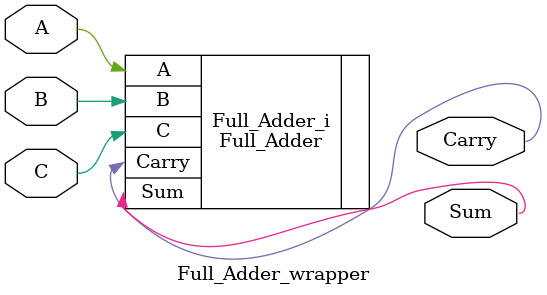
<source format=v>
`timescale 1 ps / 1 ps

module Full_Adder_wrapper
   (A,
    B,
    C,
    Carry,
    Sum);
  input A;
  input B;
  input C;
  output Carry;
  output Sum;

  wire A;
  wire B;
  wire C;
  wire Carry;
  wire Sum;

  Full_Adder Full_Adder_i
       (.A(A),
        .B(B),
        .C(C),
        .Carry(Carry),
        .Sum(Sum));
endmodule

</source>
